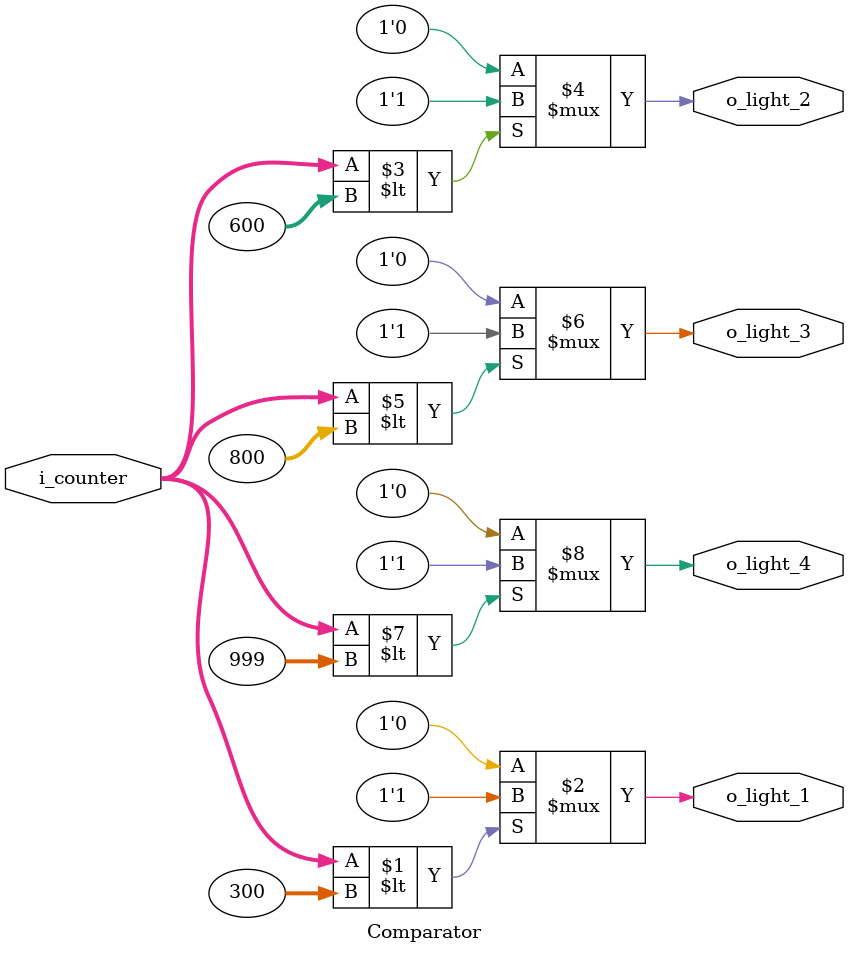
<source format=v>
`timescale 1ns / 1ps

module Comparator(
    input [9:0] i_counter,
    output o_light_1, o_light_2, o_light_3, o_light_4

    );

    assign o_light_1 = (i_counter < 300) ? 1'b1 : 1'b0;
    assign o_light_2 = (i_counter < 600) ? 1'b1 : 1'b0;
    assign o_light_3 = (i_counter < 800) ? 1'b1 : 1'b0;
    assign o_light_4 = (i_counter < 999) ? 1'b1 : 1'b0;

endmodule

</source>
